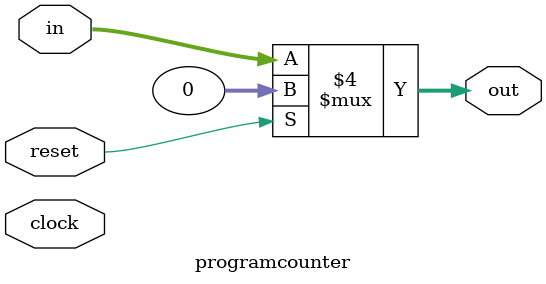
<source format=v>
module programcounter(
	input wire clock,
	input wire[31:0] in,
	input wire reset,
	output reg[31:0] out
);

	always@(clock)begin
		if(reset == 0)begin
			out <= in;
		end else begin
			out <= 32'b0;
		end
	end

endmodule

</source>
